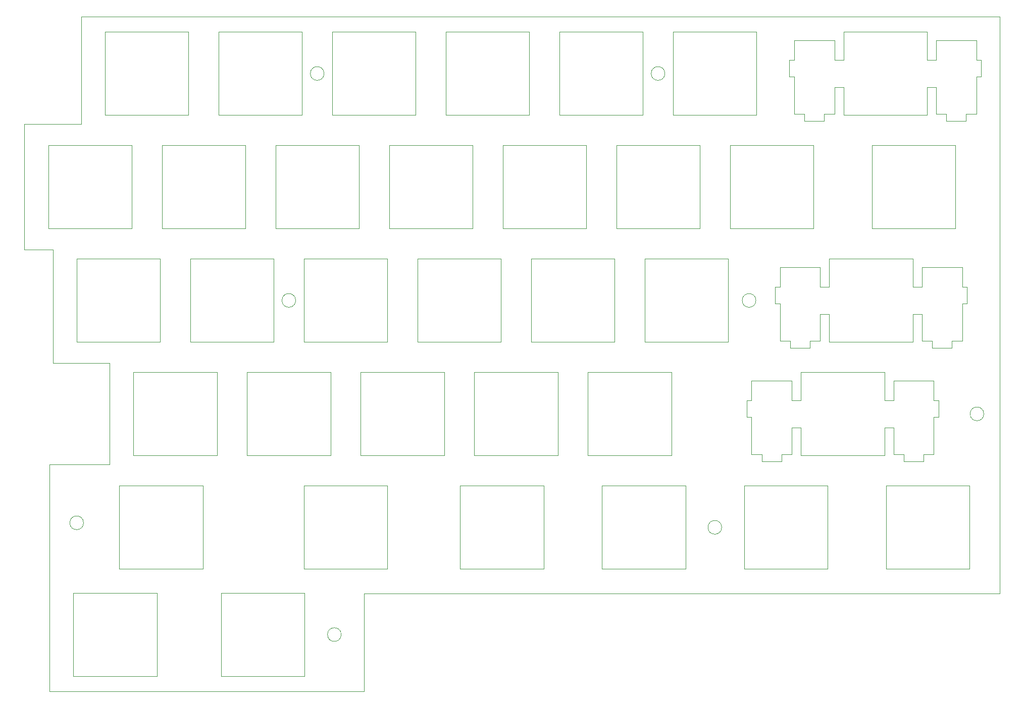
<source format=gbr>
%TF.GenerationSoftware,KiCad,Pcbnew,8.0.7*%
%TF.CreationDate,2025-08-07T20:29:27+02:00*%
%TF.ProjectId,plate6_dx,706c6174-6536-45f6-9478-2e6b69636164,rev?*%
%TF.SameCoordinates,Original*%
%TF.FileFunction,Profile,NP*%
%FSLAX46Y46*%
G04 Gerber Fmt 4.6, Leading zero omitted, Abs format (unit mm)*
G04 Created by KiCad (PCBNEW 8.0.7) date 2025-08-07 20:29:27*
%MOMM*%
%LPD*%
G01*
G04 APERTURE LIST*
%TA.AperFunction,Profile*%
%ADD10C,0.000000*%
%TD*%
G04 APERTURE END LIST*
D10*
X89775000Y-132988600D02*
X89775000Y-171015050D01*
X99838000Y-132988600D02*
X89775000Y-132988600D01*
X99838000Y-115941300D02*
X99838000Y-132988600D01*
X90313000Y-115941300D02*
X99838000Y-115941300D01*
X90313000Y-96891300D02*
X90313000Y-115941300D01*
X85550000Y-96891300D02*
X90313000Y-96891300D01*
X85550000Y-75840000D02*
X85550000Y-96891300D01*
X95075000Y-75840000D02*
X85550000Y-75840000D01*
X95075000Y-57791756D02*
X95075000Y-75840000D01*
X249103000Y-57791756D02*
X95075000Y-57791756D01*
X249103000Y-154638595D02*
X249103000Y-57791756D01*
X142525000Y-154638595D02*
X249103000Y-154638595D01*
X142525000Y-171015050D02*
X142525000Y-154638595D01*
X89775000Y-171015050D02*
X142525000Y-171015050D01*
X108312000Y-98416000D02*
X108312000Y-112415300D01*
X94313000Y-98416000D02*
X108312000Y-98416000D01*
X94313000Y-112415300D02*
X94313000Y-98416000D01*
X108312000Y-112415300D02*
X94313000Y-112415300D01*
X208325000Y-60316100D02*
X208325000Y-74315300D01*
X194325000Y-60316100D02*
X208325000Y-60316100D01*
X194325000Y-74315300D02*
X194325000Y-60316100D01*
X208325000Y-74315300D02*
X194325000Y-74315300D01*
X215755000Y-122166500D02*
X215755000Y-117466000D01*
X214231000Y-122166500D02*
X215755000Y-122166500D01*
X214231000Y-118936400D02*
X214231000Y-122166500D01*
X207480000Y-118936400D02*
X214231000Y-118936400D01*
X207480000Y-122166500D02*
X207480000Y-118936400D01*
X206656000Y-122166500D02*
X207480000Y-122166500D01*
X206656000Y-124965400D02*
X206656000Y-122166500D01*
X207480000Y-124965400D02*
X206656000Y-124965400D01*
X207480000Y-131235300D02*
X207480000Y-124965400D01*
X209205000Y-131235300D02*
X207480000Y-131235300D01*
X209205000Y-132435500D02*
X209205000Y-131235300D01*
X212506000Y-132435500D02*
X209205000Y-132435500D01*
X212506000Y-131235300D02*
X212506000Y-132435500D01*
X214231000Y-131235300D02*
X212506000Y-131235300D01*
X214231000Y-126764900D02*
X214231000Y-131235300D01*
X215755000Y-126764900D02*
X214231000Y-126764900D01*
X215755000Y-131465300D02*
X215755000Y-126764900D01*
X229756000Y-131465300D02*
X215755000Y-131465300D01*
X229756000Y-126764900D02*
X229756000Y-131465300D01*
X231280000Y-126764900D02*
X229756000Y-126764900D01*
X231280000Y-131235300D02*
X231280000Y-126764900D01*
X233005000Y-131235300D02*
X231280000Y-131235300D01*
X233005000Y-132435500D02*
X233005000Y-131235300D01*
X236307000Y-132435500D02*
X233005000Y-132435500D01*
X236307000Y-131235300D02*
X236307000Y-132435500D01*
X238032000Y-131235300D02*
X236307000Y-131235300D01*
X238032000Y-124965400D02*
X238032000Y-131235300D01*
X238854000Y-124965400D02*
X238032000Y-124965400D01*
X238854000Y-122166500D02*
X238854000Y-124965400D01*
X238032000Y-122166500D02*
X238854000Y-122166500D01*
X238032000Y-118936400D02*
X238032000Y-122166500D01*
X231280000Y-118936400D02*
X238032000Y-118936400D01*
X231280000Y-122166500D02*
X231280000Y-118936400D01*
X229756000Y-122166500D02*
X231280000Y-122166500D01*
X229756000Y-117466000D02*
X229756000Y-122166500D01*
X215755000Y-117466000D02*
X229756000Y-117466000D01*
X172606000Y-136514600D02*
X172606000Y-150515500D01*
X158605000Y-136514600D02*
X172606000Y-136514600D01*
X158605000Y-150515500D02*
X158605000Y-136514600D01*
X172606000Y-150515500D02*
X158605000Y-150515500D01*
X196418000Y-136514600D02*
X196418000Y-150515500D01*
X182419000Y-136514600D02*
X196418000Y-136514600D01*
X182419000Y-150515500D02*
X182419000Y-136514600D01*
X196418000Y-150515500D02*
X182419000Y-150515500D01*
X244044000Y-136514600D02*
X244044000Y-150515500D01*
X230044000Y-136514600D02*
X244044000Y-136514600D01*
X230044000Y-150515500D02*
X230044000Y-136514600D01*
X244044000Y-150515500D02*
X230044000Y-150515500D01*
X146412000Y-136514600D02*
X146412000Y-150515500D01*
X132413000Y-136514600D02*
X146412000Y-136514600D01*
X132413000Y-150515500D02*
X132413000Y-136514600D01*
X146412000Y-150515500D02*
X132413000Y-150515500D01*
X220231000Y-136514600D02*
X220231000Y-150515500D01*
X206230000Y-136514600D02*
X220231000Y-136514600D01*
X206230000Y-150515500D02*
X206230000Y-136514600D01*
X220231000Y-150515500D02*
X206230000Y-150515500D01*
X179750000Y-79366000D02*
X179750000Y-93365300D01*
X165750000Y-79366000D02*
X179750000Y-79366000D01*
X165750000Y-93365300D02*
X165750000Y-79366000D01*
X179750000Y-93365300D02*
X165750000Y-93365300D01*
X198800000Y-79366000D02*
X198800000Y-93365300D01*
X184800000Y-79366000D02*
X198800000Y-79366000D01*
X184800000Y-93365300D02*
X184800000Y-79366000D01*
X198800000Y-93365300D02*
X184800000Y-93365300D01*
X115456000Y-136514600D02*
X115456000Y-150515500D01*
X101455000Y-136514600D02*
X115456000Y-136514600D01*
X101455000Y-150515500D02*
X101455000Y-136514600D01*
X115456000Y-150515500D02*
X101455000Y-150515500D01*
X203562000Y-98416000D02*
X203562000Y-112415300D01*
X189563000Y-98416000D02*
X203562000Y-98416000D01*
X189563000Y-112415300D02*
X189563000Y-98416000D01*
X203562000Y-112415300D02*
X189563000Y-112415300D01*
X107775000Y-154515050D02*
X107775000Y-168515050D01*
X93775000Y-154515050D02*
X107775000Y-154515050D01*
X93775000Y-168515050D02*
X93775000Y-154515050D01*
X107775000Y-168515050D02*
X93775000Y-168515050D01*
X189275000Y-60316100D02*
X189275000Y-74315300D01*
X175275000Y-60316100D02*
X189275000Y-60316100D01*
X175275000Y-74315300D02*
X175275000Y-60316100D01*
X189275000Y-74315300D02*
X175275000Y-74315300D01*
X194037000Y-117466000D02*
X194037000Y-131465300D01*
X180038000Y-117466000D02*
X194037000Y-117466000D01*
X180038000Y-131465300D02*
X180038000Y-117466000D01*
X194037000Y-131465300D02*
X180038000Y-131465300D01*
X246428500Y-124465650D02*
G75*
G02*
X244128500Y-124465650I-1150000J0D01*
G01*
X244128500Y-124465650D02*
G75*
G02*
X246428500Y-124465650I1150000J0D01*
G01*
X127362000Y-98416000D02*
X127362000Y-112415300D01*
X113363000Y-98416000D02*
X127362000Y-98416000D01*
X113363000Y-112415300D02*
X113363000Y-98416000D01*
X127362000Y-112415300D02*
X113363000Y-112415300D01*
X155937000Y-117466000D02*
X155937000Y-131465300D01*
X141938000Y-117466000D02*
X155937000Y-117466000D01*
X141938000Y-131465300D02*
X141938000Y-117466000D01*
X155937000Y-131465300D02*
X141938000Y-131465300D01*
X220519000Y-103116500D02*
X220519000Y-98416000D01*
X218994000Y-103116500D02*
X220519000Y-103116500D01*
X218994000Y-99886400D02*
X218994000Y-103116500D01*
X212244000Y-99886400D02*
X218994000Y-99886400D01*
X212244000Y-103116500D02*
X212244000Y-99886400D01*
X211418000Y-103116500D02*
X212244000Y-103116500D01*
X211418000Y-105915400D02*
X211418000Y-103116500D01*
X212244000Y-105915400D02*
X211418000Y-105915400D01*
X212244000Y-112185300D02*
X212244000Y-105915400D01*
X213969000Y-112185300D02*
X212244000Y-112185300D01*
X213969000Y-113385500D02*
X213969000Y-112185300D01*
X217268000Y-113385500D02*
X213969000Y-113385500D01*
X217268000Y-112185300D02*
X217268000Y-113385500D01*
X218994000Y-112185300D02*
X217268000Y-112185300D01*
X218994000Y-107716300D02*
X218994000Y-112185300D01*
X220519000Y-107716300D02*
X218994000Y-107716300D01*
X220519000Y-112415300D02*
X220519000Y-107716300D01*
X234518000Y-112415300D02*
X220519000Y-112415300D01*
X234518000Y-107716300D02*
X234518000Y-112415300D01*
X236043000Y-107716300D02*
X234518000Y-107716300D01*
X236043000Y-112185300D02*
X236043000Y-107716300D01*
X237768000Y-112185300D02*
X236043000Y-112185300D01*
X237768000Y-113385500D02*
X237768000Y-112185300D01*
X241070000Y-113385500D02*
X237768000Y-113385500D01*
X241070000Y-112185300D02*
X241070000Y-113385500D01*
X242795000Y-112185300D02*
X241070000Y-112185300D01*
X242795000Y-105915400D02*
X242795000Y-112185300D01*
X243620000Y-105915400D02*
X242795000Y-105915400D01*
X243620000Y-103116500D02*
X243620000Y-105915400D01*
X242795000Y-103116500D02*
X243620000Y-103116500D01*
X242795000Y-99886400D02*
X242795000Y-103116500D01*
X236043000Y-99886400D02*
X242795000Y-99886400D01*
X236043000Y-103116500D02*
X236043000Y-99886400D01*
X234518000Y-103116500D02*
X236043000Y-103116500D01*
X234518000Y-98416000D02*
X234518000Y-103116500D01*
X220519000Y-98416000D02*
X234518000Y-98416000D01*
X136887000Y-117466000D02*
X136887000Y-131465300D01*
X122888000Y-117466000D02*
X136887000Y-117466000D01*
X122888000Y-131465300D02*
X122888000Y-117466000D01*
X136887000Y-131465300D02*
X122888000Y-131465300D01*
X117837000Y-117466000D02*
X117837000Y-131465300D01*
X103838000Y-117466000D02*
X117837000Y-117466000D01*
X103838000Y-131465300D02*
X103838000Y-117466000D01*
X117837000Y-131465300D02*
X103838000Y-131465300D01*
X222900000Y-65016100D02*
X222900000Y-60316100D01*
X221375000Y-65016100D02*
X222900000Y-65016100D01*
X221375000Y-61786100D02*
X221375000Y-65016100D01*
X214625000Y-61786100D02*
X221375000Y-61786100D01*
X214625000Y-65016100D02*
X214625000Y-61786100D01*
X213800000Y-65016100D02*
X214625000Y-65016100D01*
X213800000Y-67815100D02*
X213800000Y-65016100D01*
X214625000Y-67815100D02*
X213800000Y-67815100D01*
X214625000Y-74085300D02*
X214625000Y-67815100D01*
X216349000Y-74085300D02*
X214625000Y-74085300D01*
X216349000Y-75285500D02*
X216349000Y-74085300D01*
X219649000Y-75285500D02*
X216349000Y-75285500D01*
X219649000Y-74085300D02*
X219649000Y-75285500D01*
X221375000Y-74085300D02*
X219649000Y-74085300D01*
X221375000Y-69616100D02*
X221375000Y-74085300D01*
X222900000Y-69616100D02*
X221375000Y-69616100D01*
X222900000Y-74315300D02*
X222900000Y-69616100D01*
X236900000Y-74315300D02*
X222900000Y-74315300D01*
X236900000Y-69616100D02*
X236900000Y-74315300D01*
X238424000Y-69616100D02*
X236900000Y-69616100D01*
X238424000Y-74085300D02*
X238424000Y-69616100D01*
X240149000Y-74085300D02*
X238424000Y-74085300D01*
X240149000Y-75285500D02*
X240149000Y-74085300D01*
X243451000Y-75285500D02*
X240149000Y-75285500D01*
X243451000Y-74085300D02*
X243451000Y-75285500D01*
X245176000Y-74085300D02*
X243451000Y-74085300D01*
X245176000Y-67815100D02*
X245176000Y-74085300D01*
X245998000Y-67815100D02*
X245176000Y-67815100D01*
X245998000Y-65016100D02*
X245998000Y-67815100D01*
X245176000Y-65016100D02*
X245998000Y-65016100D01*
X245176000Y-61786100D02*
X245176000Y-65016100D01*
X238424000Y-61786100D02*
X245176000Y-61786100D01*
X238424000Y-65016100D02*
X238424000Y-61786100D01*
X236900000Y-65016100D02*
X238424000Y-65016100D01*
X236900000Y-60316100D02*
X236900000Y-65016100D01*
X222900000Y-60316100D02*
X236900000Y-60316100D01*
X241662000Y-79366000D02*
X241662000Y-93365300D01*
X227663000Y-79366000D02*
X241662000Y-79366000D01*
X227663000Y-93365300D02*
X227663000Y-79366000D01*
X241662000Y-93365300D02*
X227663000Y-93365300D01*
X122600000Y-79366000D02*
X122600000Y-93365300D01*
X108600000Y-79366000D02*
X122600000Y-79366000D01*
X108600000Y-93365300D02*
X108600000Y-79366000D01*
X122600000Y-93365300D02*
X108600000Y-93365300D01*
X103550000Y-79366000D02*
X103550000Y-93365300D01*
X89550000Y-79366000D02*
X103550000Y-79366000D01*
X89550000Y-93365300D02*
X89550000Y-79366000D01*
X103550000Y-93365300D02*
X89550000Y-93365300D01*
X141650000Y-79366000D02*
X141650000Y-93365300D01*
X127650000Y-79366000D02*
X141650000Y-79366000D01*
X127650000Y-93365300D02*
X127650000Y-79366000D01*
X141650000Y-93365300D02*
X127650000Y-93365300D01*
X217850000Y-79366000D02*
X217850000Y-93365300D01*
X203850000Y-79366000D02*
X217850000Y-79366000D01*
X203850000Y-93365300D02*
X203850000Y-79366000D01*
X217850000Y-93365300D02*
X203850000Y-93365300D01*
X151175000Y-60316100D02*
X151175000Y-74315300D01*
X137175000Y-60316100D02*
X151175000Y-60316100D01*
X137175000Y-74315300D02*
X137175000Y-60316100D01*
X151175000Y-74315300D02*
X137175000Y-74315300D01*
X132525000Y-154515050D02*
X132525000Y-168515050D01*
X118525000Y-154515050D02*
X132525000Y-154515050D01*
X118525000Y-168515050D02*
X118525000Y-154515050D01*
X132525000Y-168515050D02*
X118525000Y-168515050D01*
X160700000Y-79366000D02*
X160700000Y-93365300D01*
X146700000Y-79366000D02*
X160700000Y-79366000D01*
X146700000Y-93365300D02*
X146700000Y-79366000D01*
X160700000Y-93365300D02*
X146700000Y-93365300D01*
X170225000Y-60316100D02*
X170225000Y-74315300D01*
X156225000Y-60316100D02*
X170225000Y-60316100D01*
X156225000Y-74315300D02*
X156225000Y-60316100D01*
X170225000Y-74315300D02*
X156225000Y-74315300D01*
X146412000Y-98416000D02*
X146412000Y-112415300D01*
X132413000Y-98416000D02*
X146412000Y-98416000D01*
X132413000Y-112415300D02*
X132413000Y-98416000D01*
X146412000Y-112415300D02*
X132413000Y-112415300D01*
X138675000Y-161515050D02*
G75*
G02*
X136375000Y-161515050I-1150000J0D01*
G01*
X136375000Y-161515050D02*
G75*
G02*
X138675000Y-161515050I1150000J0D01*
G01*
X131037500Y-105415650D02*
G75*
G02*
X128737500Y-105415650I-1150000J0D01*
G01*
X128737500Y-105415650D02*
G75*
G02*
X131037500Y-105415650I1150000J0D01*
G01*
X165462000Y-98416000D02*
X165462000Y-112415300D01*
X151463000Y-98416000D02*
X165462000Y-98416000D01*
X151463000Y-112415300D02*
X151463000Y-98416000D01*
X165462000Y-112415300D02*
X151463000Y-112415300D01*
X132125000Y-60316100D02*
X132125000Y-74315300D01*
X118125000Y-60316100D02*
X132125000Y-60316100D01*
X118125000Y-74315300D02*
X118125000Y-60316100D01*
X132125000Y-74315300D02*
X118125000Y-74315300D01*
X135800000Y-67315700D02*
G75*
G02*
X133500000Y-67315700I-1150000J0D01*
G01*
X133500000Y-67315700D02*
G75*
G02*
X135800000Y-67315700I1150000J0D01*
G01*
X192950000Y-67315700D02*
G75*
G02*
X190650000Y-67315700I-1150000J0D01*
G01*
X190650000Y-67315700D02*
G75*
G02*
X192950000Y-67315700I1150000J0D01*
G01*
X95465000Y-142752050D02*
G75*
G02*
X93165000Y-142752050I-1150000J0D01*
G01*
X93165000Y-142752050D02*
G75*
G02*
X95465000Y-142752050I1150000J0D01*
G01*
X184512000Y-98416000D02*
X184512000Y-112415300D01*
X170513000Y-98416000D02*
X184512000Y-98416000D01*
X170513000Y-112415300D02*
X170513000Y-98416000D01*
X184512000Y-112415300D02*
X170513000Y-112415300D01*
X174987000Y-117466000D02*
X174987000Y-131465300D01*
X160988000Y-117466000D02*
X174987000Y-117466000D01*
X160988000Y-131465300D02*
X160988000Y-117466000D01*
X174987000Y-131465300D02*
X160988000Y-131465300D01*
X113075000Y-60316100D02*
X113075000Y-74315300D01*
X99075000Y-60316100D02*
X113075000Y-60316100D01*
X99075000Y-74315300D02*
X99075000Y-60316100D01*
X113075000Y-74315300D02*
X99075000Y-74315300D01*
X202474000Y-143515050D02*
G75*
G02*
X200174000Y-143515050I-1150000J0D01*
G01*
X200174000Y-143515050D02*
G75*
G02*
X202474000Y-143515050I1150000J0D01*
G01*
X208212500Y-105415650D02*
G75*
G02*
X205912500Y-105415650I-1150000J0D01*
G01*
X205912500Y-105415650D02*
G75*
G02*
X208212500Y-105415650I1150000J0D01*
G01*
M02*

</source>
